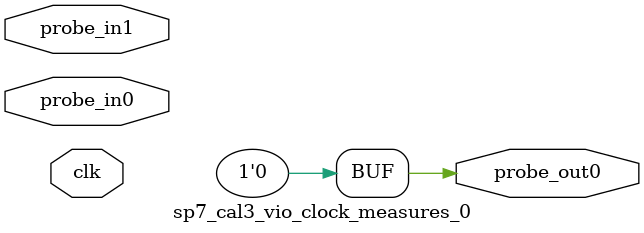
<source format=v>
`timescale 1ns / 1ps
module sp7_cal3_vio_clock_measures_0 (
clk,
probe_in0,probe_in1,
probe_out0
);

input clk;
input [25 : 0] probe_in0;
input [25 : 0] probe_in1;

output reg [0 : 0] probe_out0 = 'h0 ;


endmodule

</source>
